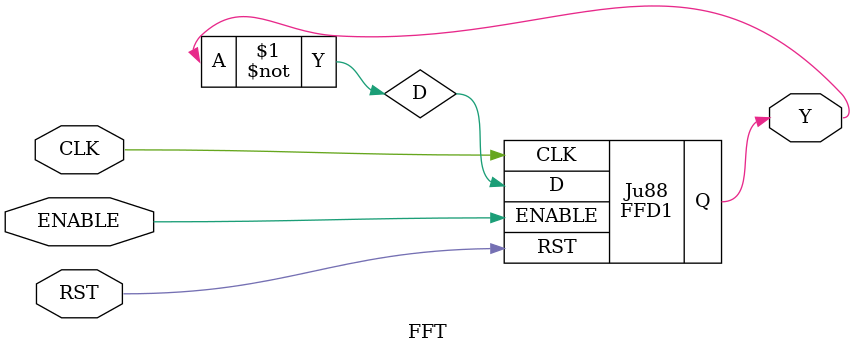
<source format=v>



module FFD1 (input CLK, RST, ENABLE, D,
            output reg Q);
        always @ (posedge CLK or posedge RST)begin
            if (RST) begin
                Q <= 1'b0;
            end
            else if (ENABLE) begin
                Q <= D;
            end
        end   
endmodule


module FFT(input wire CLK, RST, ENABLE,
            output wire Y);
        wire D;    
        not (D, Y);
        FFD1 Ju88(CLK, RST, ENABLE, D, Y);
endmodule


</source>
